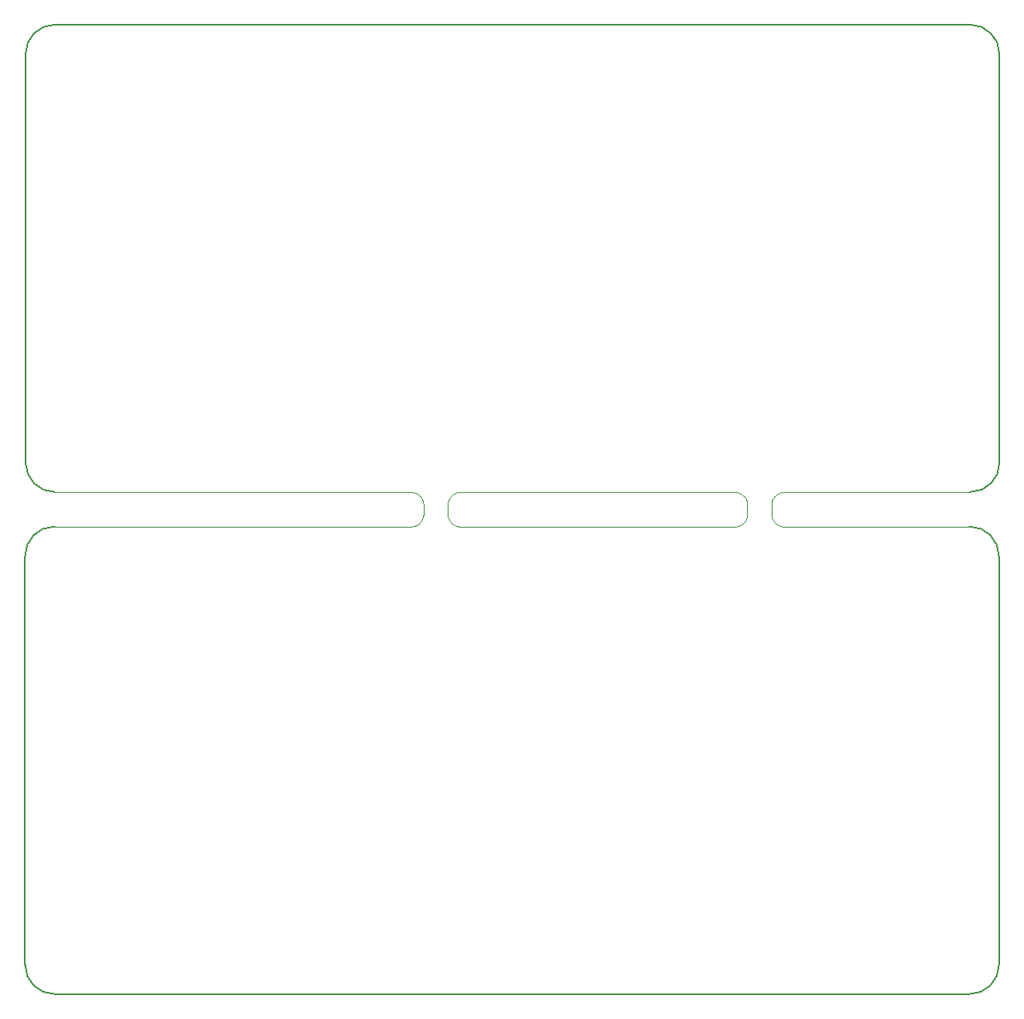
<source format=gm1>
G04 #@! TF.GenerationSoftware,KiCad,Pcbnew,(5.1.0)-1*
G04 #@! TF.CreationDate,2019-04-19T10:40:07+10:00*
G04 #@! TF.ProjectId,output.uc101panel,6f757470-7574-42e7-9563-31303170616e,rev?*
G04 #@! TF.SameCoordinates,Original*
G04 #@! TF.FileFunction,Profile,NP*
%FSLAX46Y46*%
G04 Gerber Fmt 4.6, Leading zero omitted, Abs format (unit mm)*
G04 Created by KiCad (PCBNEW (5.1.0)-1) date 2019-04-19 10:40:07*
%MOMM*%
%LPD*%
G04 APERTURE LIST*
%ADD10C,0.150000*%
%ADD11C,0.100000*%
G04 APERTURE END LIST*
D10*
X198600000Y-104350000D02*
X198600000Y-146350000D01*
X98600000Y-104350000D02*
X98600000Y-146350000D01*
X195600000Y-149350000D02*
X101600000Y-149350000D01*
X98600000Y-104350000D02*
G75*
G02X101600000Y-101350000I3000000J0D01*
G01*
X101600000Y-149350000D02*
G75*
G02X98600000Y-146350000I0J3000000D01*
G01*
X198600000Y-146350000D02*
G75*
G02X195600000Y-149350000I-3000000J0D01*
G01*
X195600000Y-101350000D02*
G75*
G02X198600000Y-104350000I0J-3000000D01*
G01*
X198650000Y-52800000D02*
X198650000Y-94800000D01*
X98650000Y-52800000D02*
X98650000Y-94800000D01*
X98650000Y-52800000D02*
G75*
G02X101650000Y-49800000I3000000J0D01*
G01*
X101650000Y-97800000D02*
G75*
G02X98650000Y-94800000I0J3000000D01*
G01*
X198650000Y-94800000D02*
G75*
G02X195650000Y-97800000I-3000000J0D01*
G01*
X195650000Y-49800000D02*
G75*
G02X198650000Y-52800000I0J-3000000D01*
G01*
X101650000Y-49800000D02*
X195650000Y-49800000D01*
D11*
X138250042Y-97800000D02*
X101650000Y-97800000D01*
X138249980Y-101350000D02*
X101600000Y-101350000D01*
X138250042Y-97800000D02*
X138349746Y-97807687D01*
X138249980Y-101350000D02*
X138349684Y-101342313D01*
X138349746Y-97807687D02*
X138448564Y-97823015D01*
X138349684Y-101342313D02*
X138448502Y-101326985D01*
X138448564Y-97823015D02*
X138545911Y-97845893D01*
X138448502Y-101326985D02*
X138545849Y-101304107D01*
X138545911Y-97845893D02*
X138641211Y-97876186D01*
X138545849Y-101304107D02*
X138641149Y-101273814D01*
X138641211Y-97876186D02*
X138733901Y-97913715D01*
X138641149Y-101273814D02*
X138733839Y-101236285D01*
X138733901Y-97913715D02*
X138823432Y-97958258D01*
X138733839Y-101236285D02*
X138823370Y-101191742D01*
X138823432Y-97958258D02*
X138909274Y-98009551D01*
X138823370Y-101191742D02*
X138909212Y-101140449D01*
X138909274Y-98009551D02*
X138990919Y-98067291D01*
X138909212Y-101140449D02*
X138990857Y-101082709D01*
X138990919Y-98067291D02*
X139067884Y-98131136D01*
X138990857Y-101082709D02*
X139067822Y-101018864D01*
X139067884Y-98131136D02*
X139139714Y-98200708D01*
X139067822Y-101018864D02*
X139139652Y-100949292D01*
X139139714Y-98200708D02*
X139205984Y-98275595D01*
X139139652Y-100949292D02*
X139205922Y-100874405D01*
X139205984Y-98275595D02*
X139266302Y-98355354D01*
X139205922Y-100874405D02*
X139266240Y-100794646D01*
X139266302Y-98355354D02*
X139320311Y-98439513D01*
X139266240Y-100794646D02*
X139320249Y-100710487D01*
X139320311Y-98439513D02*
X139367691Y-98527574D01*
X139320249Y-100710487D02*
X139367629Y-100622426D01*
X139367691Y-98527574D02*
X139408162Y-98619016D01*
X139367629Y-100622426D02*
X139408100Y-100530984D01*
X139408162Y-98619016D02*
X139441484Y-98713298D01*
X139408100Y-100530984D02*
X139441422Y-100436702D01*
X139441484Y-98713298D02*
X139467460Y-98809862D01*
X139441422Y-100436702D02*
X139467398Y-100340138D01*
X139467460Y-98809862D02*
X139485937Y-98908137D01*
X139467398Y-100340138D02*
X139485875Y-100241863D01*
X139485937Y-98908137D02*
X139496805Y-99007542D01*
X139485875Y-100241863D02*
X139496743Y-100142458D01*
X139496805Y-99007542D02*
X139500000Y-99107488D01*
X139496743Y-100142458D02*
X139499938Y-100042512D01*
X139500000Y-99107488D02*
X139499938Y-100042512D01*
X143250010Y-97800000D02*
X143150306Y-97807687D01*
X143250063Y-101350000D02*
X143150359Y-101342313D01*
X143150306Y-97807687D02*
X143051488Y-97823015D01*
X143150359Y-101342313D02*
X143051541Y-101326985D01*
X143051488Y-97823015D02*
X142954141Y-97845893D01*
X143051541Y-101326985D02*
X142954194Y-101304107D01*
X142954141Y-97845893D02*
X142858841Y-97876186D01*
X142954194Y-101304107D02*
X142858894Y-101273814D01*
X142858841Y-97876186D02*
X142766151Y-97913715D01*
X142858894Y-101273814D02*
X142766204Y-101236285D01*
X142766151Y-97913715D02*
X142676620Y-97958258D01*
X142766204Y-101236285D02*
X142676673Y-101191742D01*
X142676620Y-97958258D02*
X142590778Y-98009551D01*
X142676673Y-101191742D02*
X142590831Y-101140449D01*
X142590778Y-98009551D02*
X142509133Y-98067291D01*
X142590831Y-101140449D02*
X142509186Y-101082709D01*
X142509133Y-98067291D02*
X142432168Y-98131136D01*
X142509186Y-101082709D02*
X142432221Y-101018864D01*
X142432168Y-98131136D02*
X142360338Y-98200708D01*
X142432221Y-101018864D02*
X142360391Y-100949292D01*
X142360338Y-98200708D02*
X142294068Y-98275595D01*
X142360391Y-100949292D02*
X142294121Y-100874405D01*
X142294068Y-98275595D02*
X142233750Y-98355354D01*
X142294121Y-100874405D02*
X142233803Y-100794646D01*
X142233750Y-98355354D02*
X142179741Y-98439513D01*
X142233803Y-100794646D02*
X142179794Y-100710487D01*
X142179741Y-98439513D02*
X142132361Y-98527574D01*
X142179794Y-100710487D02*
X142132414Y-100622426D01*
X142132361Y-98527574D02*
X142091890Y-98619016D01*
X142132414Y-100622426D02*
X142091943Y-100530984D01*
X142091890Y-98619016D02*
X142058568Y-98713298D01*
X142091943Y-100530984D02*
X142058621Y-100436702D01*
X142058568Y-98713298D02*
X142032592Y-98809862D01*
X142058621Y-100436702D02*
X142032645Y-100340138D01*
X142032592Y-98809862D02*
X142014115Y-98908137D01*
X142032645Y-100340138D02*
X142014168Y-100241863D01*
X142014115Y-98908137D02*
X142003247Y-99007542D01*
X142014168Y-100241863D02*
X142003300Y-100142458D01*
X142003247Y-99007542D02*
X142000052Y-99107488D01*
X142003300Y-100142458D02*
X142000105Y-100042512D01*
X142000052Y-99107488D02*
X142000105Y-100042512D01*
X171500025Y-97800000D02*
X143250010Y-97800000D01*
X176499980Y-97800000D02*
X195650000Y-97800000D01*
X171500030Y-101350000D02*
X143250063Y-101350000D01*
X176499985Y-101350000D02*
X195600000Y-101350000D01*
X171500030Y-101350000D02*
X171599734Y-101342313D01*
X171500025Y-97800000D02*
X171599729Y-97807687D01*
X171599734Y-101342313D02*
X171698552Y-101326985D01*
X171599729Y-97807687D02*
X171698547Y-97823015D01*
X171698552Y-101326985D02*
X171795899Y-101304107D01*
X171698547Y-97823015D02*
X171795894Y-97845893D01*
X171795899Y-101304107D02*
X171891199Y-101273814D01*
X171795894Y-97845893D02*
X171891194Y-97876186D01*
X171891199Y-101273814D02*
X171983889Y-101236285D01*
X171891194Y-97876186D02*
X171983884Y-97913715D01*
X171983889Y-101236285D02*
X172073420Y-101191742D01*
X171983884Y-97913715D02*
X172073415Y-97958258D01*
X172073420Y-101191742D02*
X172159262Y-101140449D01*
X172073415Y-97958258D02*
X172159257Y-98009551D01*
X172159262Y-101140449D02*
X172240907Y-101082709D01*
X172159257Y-98009551D02*
X172240902Y-98067291D01*
X172240907Y-101082709D02*
X172317872Y-101018864D01*
X172240902Y-98067291D02*
X172317867Y-98131136D01*
X172317872Y-101018864D02*
X172389702Y-100949292D01*
X172317867Y-98131136D02*
X172389697Y-98200708D01*
X172389702Y-100949292D02*
X172455972Y-100874405D01*
X172389697Y-98200708D02*
X172455967Y-98275595D01*
X172455972Y-100874405D02*
X172516290Y-100794646D01*
X172455967Y-98275595D02*
X172516285Y-98355354D01*
X172516290Y-100794646D02*
X172570299Y-100710487D01*
X172516285Y-98355354D02*
X172570294Y-98439513D01*
X172570299Y-100710487D02*
X172617679Y-100622426D01*
X172570294Y-98439513D02*
X172617674Y-98527574D01*
X172617679Y-100622426D02*
X172658150Y-100530984D01*
X172617674Y-98527574D02*
X172658145Y-98619016D01*
X172658150Y-100530984D02*
X172691472Y-100436702D01*
X172658145Y-98619016D02*
X172691467Y-98713298D01*
X172691472Y-100436702D02*
X172717448Y-100340138D01*
X172691467Y-98713298D02*
X172717443Y-98809862D01*
X172717448Y-100340138D02*
X172735925Y-100241863D01*
X172717443Y-98809862D02*
X172735920Y-98908137D01*
X172735925Y-100241863D02*
X172746793Y-100142458D01*
X172735920Y-98908137D02*
X172746788Y-99007542D01*
X172746793Y-100142458D02*
X172749988Y-100042512D01*
X172746788Y-99007542D02*
X172749983Y-99107488D01*
X172749983Y-99107488D02*
X172749988Y-100042512D01*
X176499980Y-97800000D02*
X176400276Y-97807687D01*
X176499985Y-101350000D02*
X176400281Y-101342313D01*
X176400276Y-97807687D02*
X176301458Y-97823015D01*
X176400281Y-101342313D02*
X176301463Y-101326985D01*
X176301458Y-97823015D02*
X176204111Y-97845893D01*
X176301463Y-101326985D02*
X176204116Y-101304107D01*
X176204111Y-97845893D02*
X176108811Y-97876186D01*
X176204116Y-101304107D02*
X176108816Y-101273814D01*
X176108811Y-97876186D02*
X176016121Y-97913715D01*
X176108816Y-101273814D02*
X176016126Y-101236285D01*
X176016121Y-97913715D02*
X175926590Y-97958258D01*
X176016126Y-101236285D02*
X175926595Y-101191742D01*
X175926590Y-97958258D02*
X175840748Y-98009551D01*
X175926595Y-101191742D02*
X175840753Y-101140449D01*
X175840748Y-98009551D02*
X175759103Y-98067291D01*
X175840753Y-101140449D02*
X175759108Y-101082709D01*
X175759103Y-98067291D02*
X175682138Y-98131136D01*
X175759108Y-101082709D02*
X175682143Y-101018864D01*
X175682138Y-98131136D02*
X175610308Y-98200708D01*
X175682143Y-101018864D02*
X175610313Y-100949292D01*
X175610308Y-98200708D02*
X175544038Y-98275595D01*
X175610313Y-100949292D02*
X175544043Y-100874405D01*
X175544038Y-98275595D02*
X175483720Y-98355354D01*
X175544043Y-100874405D02*
X175483725Y-100794646D01*
X175483720Y-98355354D02*
X175429711Y-98439513D01*
X175483725Y-100794646D02*
X175429716Y-100710487D01*
X175429711Y-98439513D02*
X175382331Y-98527574D01*
X175429716Y-100710487D02*
X175382336Y-100622426D01*
X175382331Y-98527574D02*
X175341860Y-98619016D01*
X175382336Y-100622426D02*
X175341865Y-100530984D01*
X175341860Y-98619016D02*
X175308538Y-98713298D01*
X175341865Y-100530984D02*
X175308543Y-100436702D01*
X175308538Y-98713298D02*
X175282562Y-98809862D01*
X175308543Y-100436702D02*
X175282567Y-100340138D01*
X175282562Y-98809862D02*
X175264085Y-98908137D01*
X175282567Y-100340138D02*
X175264090Y-100241863D01*
X175264085Y-98908137D02*
X175253217Y-99007542D01*
X175264090Y-100241863D02*
X175253222Y-100142458D01*
X175253217Y-99007542D02*
X175250022Y-99107488D01*
X175253222Y-100142458D02*
X175250027Y-100042512D01*
X175250022Y-99107488D02*
X175250027Y-100042512D01*
M02*

</source>
